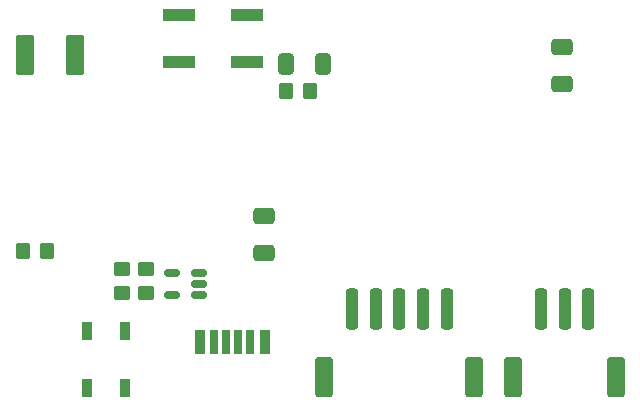
<source format=gbp>
%TF.GenerationSoftware,KiCad,Pcbnew,9.0.2*%
%TF.CreationDate,2025-06-17T20:14:42+02:00*%
%TF.ProjectId,elrs_tx_full,656c7273-5f74-4785-9f66-756c6c2e6b69,rev?*%
%TF.SameCoordinates,Original*%
%TF.FileFunction,Paste,Bot*%
%TF.FilePolarity,Positive*%
%FSLAX46Y46*%
G04 Gerber Fmt 4.6, Leading zero omitted, Abs format (unit mm)*
G04 Created by KiCad (PCBNEW 9.0.2) date 2025-06-17 20:14:42*
%MOMM*%
%LPD*%
G01*
G04 APERTURE LIST*
G04 Aperture macros list*
%AMRoundRect*
0 Rectangle with rounded corners*
0 $1 Rounding radius*
0 $2 $3 $4 $5 $6 $7 $8 $9 X,Y pos of 4 corners*
0 Add a 4 corners polygon primitive as box body*
4,1,4,$2,$3,$4,$5,$6,$7,$8,$9,$2,$3,0*
0 Add four circle primitives for the rounded corners*
1,1,$1+$1,$2,$3*
1,1,$1+$1,$4,$5*
1,1,$1+$1,$6,$7*
1,1,$1+$1,$8,$9*
0 Add four rect primitives between the rounded corners*
20,1,$1+$1,$2,$3,$4,$5,0*
20,1,$1+$1,$4,$5,$6,$7,0*
20,1,$1+$1,$6,$7,$8,$9,0*
20,1,$1+$1,$8,$9,$2,$3,0*%
G04 Aperture macros list end*
%ADD10RoundRect,0.150000X0.512500X0.150000X-0.512500X0.150000X-0.512500X-0.150000X0.512500X-0.150000X0*%
%ADD11RoundRect,0.250000X0.450000X-0.350000X0.450000X0.350000X-0.450000X0.350000X-0.450000X-0.350000X0*%
%ADD12RoundRect,0.250000X-0.450000X0.350000X-0.450000X-0.350000X0.450000X-0.350000X0.450000X0.350000X0*%
%ADD13RoundRect,0.250000X-0.412500X-0.650000X0.412500X-0.650000X0.412500X0.650000X-0.412500X0.650000X0*%
%ADD14R,2.750000X1.000000*%
%ADD15RoundRect,0.250000X-0.350000X-0.450000X0.350000X-0.450000X0.350000X0.450000X-0.350000X0.450000X0*%
%ADD16R,0.700000X2.000000*%
%ADD17R,0.800000X2.000000*%
%ADD18R,0.900000X2.000000*%
%ADD19RoundRect,0.250000X0.250000X1.500000X-0.250000X1.500000X-0.250000X-1.500000X0.250000X-1.500000X0*%
%ADD20RoundRect,0.250001X0.499999X1.449999X-0.499999X1.449999X-0.499999X-1.449999X0.499999X-1.449999X0*%
%ADD21RoundRect,0.250000X-0.537500X-1.450000X0.537500X-1.450000X0.537500X1.450000X-0.537500X1.450000X0*%
%ADD22RoundRect,0.250000X-0.650000X0.412500X-0.650000X-0.412500X0.650000X-0.412500X0.650000X0.412500X0*%
%ADD23RoundRect,0.090000X-0.360000X0.660000X-0.360000X-0.660000X0.360000X-0.660000X0.360000X0.660000X0*%
G04 APERTURE END LIST*
D10*
%TO.C,U3*%
X95562500Y-70038000D03*
X95562500Y-71938000D03*
X97837500Y-71938000D03*
X97837500Y-70988000D03*
X97837500Y-70038000D03*
%TD*%
D11*
%TO.C,R4*%
X91366000Y-69750000D03*
X91366000Y-71750000D03*
%TD*%
D12*
%TO.C,R3*%
X93398000Y-69750000D03*
X93398000Y-71750000D03*
%TD*%
D13*
%TO.C,C9*%
X105209000Y-52344400D03*
X108334000Y-52344400D03*
%TD*%
D14*
%TO.C,SW1*%
X101952000Y-48242800D03*
X96192000Y-48242800D03*
X101952000Y-52242800D03*
X96192000Y-52242800D03*
%TD*%
D15*
%TO.C,R2*%
X105225000Y-54681200D03*
X107225000Y-54681200D03*
%TD*%
D16*
%TO.C,P1*%
X101180400Y-75936000D03*
D17*
X99160400Y-75936000D03*
D18*
X97930400Y-75936000D03*
D16*
X100180400Y-75936000D03*
D17*
X102200400Y-75936000D03*
D18*
X103430400Y-75936000D03*
%TD*%
D19*
%TO.C,J2*%
X118835600Y-73091000D03*
X116835600Y-73091000D03*
X114835600Y-73091000D03*
X112835600Y-73091000D03*
X110835600Y-73091000D03*
D20*
X121185600Y-78841000D03*
X108485600Y-78841000D03*
%TD*%
D15*
%TO.C,R1*%
X83000000Y-68194000D03*
X85000000Y-68194000D03*
%TD*%
D21*
%TO.C,C1*%
X83098800Y-51590200D03*
X87373800Y-51590200D03*
%TD*%
D22*
%TO.C,C3*%
X103368000Y-65247600D03*
X103368000Y-68372600D03*
%TD*%
D23*
%TO.C,D1*%
X88345400Y-74950400D03*
X91645400Y-74950400D03*
X91645400Y-79850400D03*
X88345400Y-79850400D03*
%TD*%
D19*
%TO.C,J3*%
X130837600Y-73112000D03*
X128837600Y-73112000D03*
X126837600Y-73112000D03*
D20*
X133187600Y-78862000D03*
X124487600Y-78862000D03*
%TD*%
D22*
%TO.C,C2*%
X128577000Y-54059300D03*
X128577000Y-50934300D03*
%TD*%
M02*

</source>
